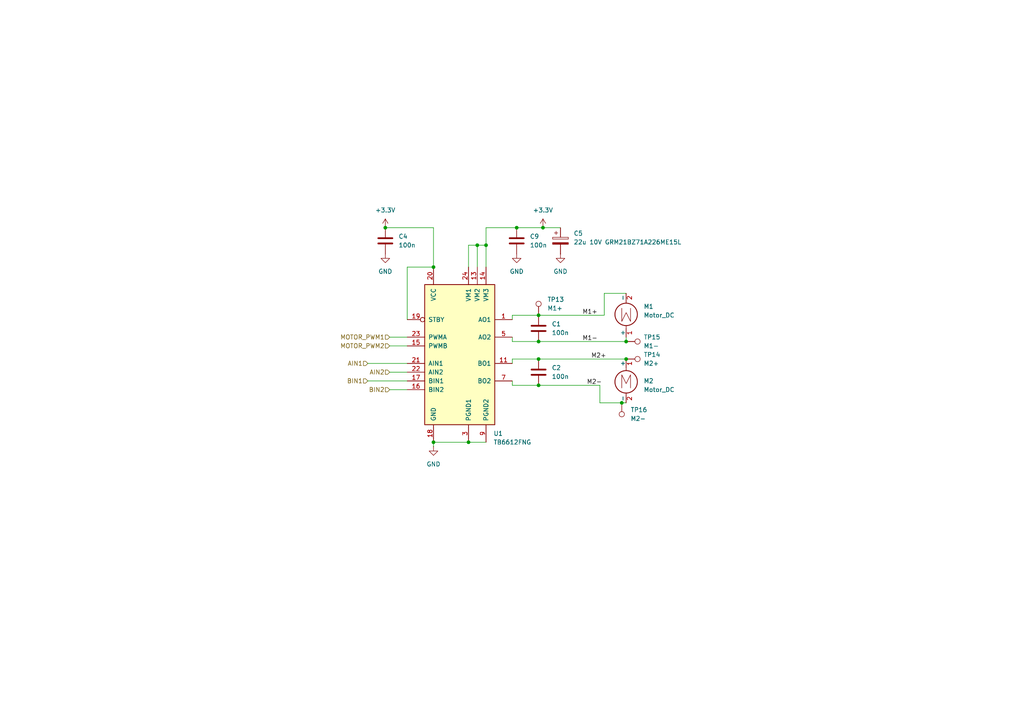
<source format=kicad_sch>
(kicad_sch
	(version 20250114)
	(generator "eeschema")
	(generator_version "9.0")
	(uuid "c80d23db-353a-4506-aa4b-4acdca8f84c7")
	(paper "A4")
	(title_block
		(title "Smart Formica Motor Driver")
		(comment 1 "Author: Oliver Perez Fonolleras")
		(comment 2 "Checker: Joseph Butterworth")
	)
	(lib_symbols
		(symbol "Connector:TestPoint"
			(pin_numbers
				(hide yes)
			)
			(pin_names
				(offset 0.762)
				(hide yes)
			)
			(exclude_from_sim no)
			(in_bom yes)
			(on_board yes)
			(property "Reference" "TP"
				(at 0 6.858 0)
				(effects
					(font
						(size 1.27 1.27)
					)
				)
			)
			(property "Value" "TestPoint"
				(at 0 5.08 0)
				(effects
					(font
						(size 1.27 1.27)
					)
				)
			)
			(property "Footprint" ""
				(at 5.08 0 0)
				(effects
					(font
						(size 1.27 1.27)
					)
					(hide yes)
				)
			)
			(property "Datasheet" "~"
				(at 5.08 0 0)
				(effects
					(font
						(size 1.27 1.27)
					)
					(hide yes)
				)
			)
			(property "Description" "test point"
				(at 0 0 0)
				(effects
					(font
						(size 1.27 1.27)
					)
					(hide yes)
				)
			)
			(property "ki_keywords" "test point tp"
				(at 0 0 0)
				(effects
					(font
						(size 1.27 1.27)
					)
					(hide yes)
				)
			)
			(property "ki_fp_filters" "Pin* Test*"
				(at 0 0 0)
				(effects
					(font
						(size 1.27 1.27)
					)
					(hide yes)
				)
			)
			(symbol "TestPoint_0_1"
				(circle
					(center 0 3.302)
					(radius 0.762)
					(stroke
						(width 0)
						(type default)
					)
					(fill
						(type none)
					)
				)
			)
			(symbol "TestPoint_1_1"
				(pin passive line
					(at 0 0 90)
					(length 2.54)
					(name "1"
						(effects
							(font
								(size 1.27 1.27)
							)
						)
					)
					(number "1"
						(effects
							(font
								(size 1.27 1.27)
							)
						)
					)
				)
			)
			(embedded_fonts no)
		)
		(symbol "Device:C"
			(pin_numbers
				(hide yes)
			)
			(pin_names
				(offset 0.254)
			)
			(exclude_from_sim no)
			(in_bom yes)
			(on_board yes)
			(property "Reference" "C"
				(at 0.635 2.54 0)
				(effects
					(font
						(size 1.27 1.27)
					)
					(justify left)
				)
			)
			(property "Value" "C"
				(at 0.635 -2.54 0)
				(effects
					(font
						(size 1.27 1.27)
					)
					(justify left)
				)
			)
			(property "Footprint" ""
				(at 0.9652 -3.81 0)
				(effects
					(font
						(size 1.27 1.27)
					)
					(hide yes)
				)
			)
			(property "Datasheet" "~"
				(at 0 0 0)
				(effects
					(font
						(size 1.27 1.27)
					)
					(hide yes)
				)
			)
			(property "Description" "Unpolarized capacitor"
				(at 0 0 0)
				(effects
					(font
						(size 1.27 1.27)
					)
					(hide yes)
				)
			)
			(property "ki_keywords" "cap capacitor"
				(at 0 0 0)
				(effects
					(font
						(size 1.27 1.27)
					)
					(hide yes)
				)
			)
			(property "ki_fp_filters" "C_*"
				(at 0 0 0)
				(effects
					(font
						(size 1.27 1.27)
					)
					(hide yes)
				)
			)
			(symbol "C_0_1"
				(polyline
					(pts
						(xy -2.032 0.762) (xy 2.032 0.762)
					)
					(stroke
						(width 0.508)
						(type default)
					)
					(fill
						(type none)
					)
				)
				(polyline
					(pts
						(xy -2.032 -0.762) (xy 2.032 -0.762)
					)
					(stroke
						(width 0.508)
						(type default)
					)
					(fill
						(type none)
					)
				)
			)
			(symbol "C_1_1"
				(pin passive line
					(at 0 3.81 270)
					(length 2.794)
					(name "~"
						(effects
							(font
								(size 1.27 1.27)
							)
						)
					)
					(number "1"
						(effects
							(font
								(size 1.27 1.27)
							)
						)
					)
				)
				(pin passive line
					(at 0 -3.81 90)
					(length 2.794)
					(name "~"
						(effects
							(font
								(size 1.27 1.27)
							)
						)
					)
					(number "2"
						(effects
							(font
								(size 1.27 1.27)
							)
						)
					)
				)
			)
			(embedded_fonts no)
		)
		(symbol "Device:C_Polarized"
			(pin_numbers
				(hide yes)
			)
			(pin_names
				(offset 0.254)
			)
			(exclude_from_sim no)
			(in_bom yes)
			(on_board yes)
			(property "Reference" "C"
				(at 0.635 2.54 0)
				(effects
					(font
						(size 1.27 1.27)
					)
					(justify left)
				)
			)
			(property "Value" "C_Polarized"
				(at 0.635 -2.54 0)
				(effects
					(font
						(size 1.27 1.27)
					)
					(justify left)
				)
			)
			(property "Footprint" ""
				(at 0.9652 -3.81 0)
				(effects
					(font
						(size 1.27 1.27)
					)
					(hide yes)
				)
			)
			(property "Datasheet" "~"
				(at 0 0 0)
				(effects
					(font
						(size 1.27 1.27)
					)
					(hide yes)
				)
			)
			(property "Description" "Polarized capacitor"
				(at 0 0 0)
				(effects
					(font
						(size 1.27 1.27)
					)
					(hide yes)
				)
			)
			(property "ki_keywords" "cap capacitor"
				(at 0 0 0)
				(effects
					(font
						(size 1.27 1.27)
					)
					(hide yes)
				)
			)
			(property "ki_fp_filters" "CP_*"
				(at 0 0 0)
				(effects
					(font
						(size 1.27 1.27)
					)
					(hide yes)
				)
			)
			(symbol "C_Polarized_0_1"
				(rectangle
					(start -2.286 0.508)
					(end 2.286 1.016)
					(stroke
						(width 0)
						(type default)
					)
					(fill
						(type none)
					)
				)
				(polyline
					(pts
						(xy -1.778 2.286) (xy -0.762 2.286)
					)
					(stroke
						(width 0)
						(type default)
					)
					(fill
						(type none)
					)
				)
				(polyline
					(pts
						(xy -1.27 2.794) (xy -1.27 1.778)
					)
					(stroke
						(width 0)
						(type default)
					)
					(fill
						(type none)
					)
				)
				(rectangle
					(start 2.286 -0.508)
					(end -2.286 -1.016)
					(stroke
						(width 0)
						(type default)
					)
					(fill
						(type outline)
					)
				)
			)
			(symbol "C_Polarized_1_1"
				(pin passive line
					(at 0 3.81 270)
					(length 2.794)
					(name "~"
						(effects
							(font
								(size 1.27 1.27)
							)
						)
					)
					(number "1"
						(effects
							(font
								(size 1.27 1.27)
							)
						)
					)
				)
				(pin passive line
					(at 0 -3.81 90)
					(length 2.794)
					(name "~"
						(effects
							(font
								(size 1.27 1.27)
							)
						)
					)
					(number "2"
						(effects
							(font
								(size 1.27 1.27)
							)
						)
					)
				)
			)
			(embedded_fonts no)
		)
		(symbol "Driver_Motor:TB6612FNG"
			(pin_names
				(offset 1.016)
			)
			(exclude_from_sim no)
			(in_bom yes)
			(on_board yes)
			(property "Reference" "U"
				(at 11.43 17.78 0)
				(effects
					(font
						(size 1.27 1.27)
					)
					(justify left)
				)
			)
			(property "Value" "TB6612FNG"
				(at 11.43 15.24 0)
				(effects
					(font
						(size 1.27 1.27)
					)
					(justify left)
				)
			)
			(property "Footprint" "Package_SO:SSOP-24_5.3x8.2mm_P0.65mm"
				(at 33.02 -22.86 0)
				(effects
					(font
						(size 1.27 1.27)
					)
					(hide yes)
				)
			)
			(property "Datasheet" "https://toshiba.semicon-storage.com/us/product/linear/motordriver/detail.TB6612FNG.html"
				(at 11.43 15.24 0)
				(effects
					(font
						(size 1.27 1.27)
					)
					(hide yes)
				)
			)
			(property "Description" "Driver IC for Dual DC motor, SSOP-24"
				(at 0 0 0)
				(effects
					(font
						(size 1.27 1.27)
					)
					(hide yes)
				)
			)
			(property "ki_keywords" "H-bridge motor driver"
				(at 0 0 0)
				(effects
					(font
						(size 1.27 1.27)
					)
					(hide yes)
				)
			)
			(property "ki_fp_filters" "SSOP-24*5.3x8.2mm*P0.65mm*"
				(at 0 0 0)
				(effects
					(font
						(size 1.27 1.27)
					)
					(hide yes)
				)
			)
			(symbol "TB6612FNG_0_1"
				(rectangle
					(start -10.16 20.32)
					(end 10.16 -20.32)
					(stroke
						(width 0.254)
						(type default)
					)
					(fill
						(type background)
					)
				)
			)
			(symbol "TB6612FNG_1_1"
				(pin input inverted
					(at -15.24 10.16 0)
					(length 5.08)
					(name "STBY"
						(effects
							(font
								(size 1.27 1.27)
							)
						)
					)
					(number "19"
						(effects
							(font
								(size 1.27 1.27)
							)
						)
					)
				)
				(pin input line
					(at -15.24 5.08 0)
					(length 5.08)
					(name "PWMA"
						(effects
							(font
								(size 1.27 1.27)
							)
						)
					)
					(number "23"
						(effects
							(font
								(size 1.27 1.27)
							)
						)
					)
				)
				(pin input line
					(at -15.24 2.54 0)
					(length 5.08)
					(name "PWMB"
						(effects
							(font
								(size 1.27 1.27)
							)
						)
					)
					(number "15"
						(effects
							(font
								(size 1.27 1.27)
							)
						)
					)
				)
				(pin input line
					(at -15.24 -2.54 0)
					(length 5.08)
					(name "AIN1"
						(effects
							(font
								(size 1.27 1.27)
							)
						)
					)
					(number "21"
						(effects
							(font
								(size 1.27 1.27)
							)
						)
					)
				)
				(pin input line
					(at -15.24 -5.08 0)
					(length 5.08)
					(name "AIN2"
						(effects
							(font
								(size 1.27 1.27)
							)
						)
					)
					(number "22"
						(effects
							(font
								(size 1.27 1.27)
							)
						)
					)
				)
				(pin input line
					(at -15.24 -7.62 0)
					(length 5.08)
					(name "BIN1"
						(effects
							(font
								(size 1.27 1.27)
							)
						)
					)
					(number "17"
						(effects
							(font
								(size 1.27 1.27)
							)
						)
					)
				)
				(pin input line
					(at -15.24 -10.16 0)
					(length 5.08)
					(name "BIN2"
						(effects
							(font
								(size 1.27 1.27)
							)
						)
					)
					(number "16"
						(effects
							(font
								(size 1.27 1.27)
							)
						)
					)
				)
				(pin power_in line
					(at -7.62 25.4 270)
					(length 5.08)
					(name "VCC"
						(effects
							(font
								(size 1.27 1.27)
							)
						)
					)
					(number "20"
						(effects
							(font
								(size 1.27 1.27)
							)
						)
					)
				)
				(pin power_in line
					(at -7.62 -25.4 90)
					(length 5.08)
					(name "GND"
						(effects
							(font
								(size 1.27 1.27)
							)
						)
					)
					(number "18"
						(effects
							(font
								(size 1.27 1.27)
							)
						)
					)
				)
				(pin power_in line
					(at 2.54 25.4 270)
					(length 5.08)
					(name "VM1"
						(effects
							(font
								(size 1.27 1.27)
							)
						)
					)
					(number "24"
						(effects
							(font
								(size 1.27 1.27)
							)
						)
					)
				)
				(pin power_in line
					(at 2.54 -25.4 90)
					(length 5.08)
					(name "PGND1"
						(effects
							(font
								(size 1.27 1.27)
							)
						)
					)
					(number "3"
						(effects
							(font
								(size 1.27 1.27)
							)
						)
					)
				)
				(pin passive line
					(at 2.54 -25.4 90)
					(length 5.08)
					(hide yes)
					(name "PGND1"
						(effects
							(font
								(size 1.27 1.27)
							)
						)
					)
					(number "4"
						(effects
							(font
								(size 1.27 1.27)
							)
						)
					)
				)
				(pin power_in line
					(at 5.08 25.4 270)
					(length 5.08)
					(name "VM2"
						(effects
							(font
								(size 1.27 1.27)
							)
						)
					)
					(number "13"
						(effects
							(font
								(size 1.27 1.27)
							)
						)
					)
				)
				(pin power_in line
					(at 7.62 25.4 270)
					(length 5.08)
					(name "VM3"
						(effects
							(font
								(size 1.27 1.27)
							)
						)
					)
					(number "14"
						(effects
							(font
								(size 1.27 1.27)
							)
						)
					)
				)
				(pin passive line
					(at 7.62 -25.4 90)
					(length 5.08)
					(hide yes)
					(name "PGND2"
						(effects
							(font
								(size 1.27 1.27)
							)
						)
					)
					(number "10"
						(effects
							(font
								(size 1.27 1.27)
							)
						)
					)
				)
				(pin power_in line
					(at 7.62 -25.4 90)
					(length 5.08)
					(name "PGND2"
						(effects
							(font
								(size 1.27 1.27)
							)
						)
					)
					(number "9"
						(effects
							(font
								(size 1.27 1.27)
							)
						)
					)
				)
				(pin output line
					(at 15.24 10.16 180)
					(length 5.08)
					(name "AO1"
						(effects
							(font
								(size 1.27 1.27)
							)
						)
					)
					(number "1"
						(effects
							(font
								(size 1.27 1.27)
							)
						)
					)
				)
				(pin passive line
					(at 15.24 10.16 180)
					(length 5.08)
					(hide yes)
					(name "AO1"
						(effects
							(font
								(size 1.27 1.27)
							)
						)
					)
					(number "2"
						(effects
							(font
								(size 1.27 1.27)
							)
						)
					)
				)
				(pin output line
					(at 15.24 5.08 180)
					(length 5.08)
					(name "AO2"
						(effects
							(font
								(size 1.27 1.27)
							)
						)
					)
					(number "5"
						(effects
							(font
								(size 1.27 1.27)
							)
						)
					)
				)
				(pin passive line
					(at 15.24 5.08 180)
					(length 5.08)
					(hide yes)
					(name "AO2"
						(effects
							(font
								(size 1.27 1.27)
							)
						)
					)
					(number "6"
						(effects
							(font
								(size 1.27 1.27)
							)
						)
					)
				)
				(pin output line
					(at 15.24 -2.54 180)
					(length 5.08)
					(name "BO1"
						(effects
							(font
								(size 1.27 1.27)
							)
						)
					)
					(number "11"
						(effects
							(font
								(size 1.27 1.27)
							)
						)
					)
				)
				(pin passive line
					(at 15.24 -2.54 180)
					(length 5.08)
					(hide yes)
					(name "BO1"
						(effects
							(font
								(size 1.27 1.27)
							)
						)
					)
					(number "12"
						(effects
							(font
								(size 1.27 1.27)
							)
						)
					)
				)
				(pin output line
					(at 15.24 -7.62 180)
					(length 5.08)
					(name "BO2"
						(effects
							(font
								(size 1.27 1.27)
							)
						)
					)
					(number "7"
						(effects
							(font
								(size 1.27 1.27)
							)
						)
					)
				)
				(pin passive line
					(at 15.24 -7.62 180)
					(length 5.08)
					(hide yes)
					(name "BO2"
						(effects
							(font
								(size 1.27 1.27)
							)
						)
					)
					(number "8"
						(effects
							(font
								(size 1.27 1.27)
							)
						)
					)
				)
			)
			(embedded_fonts no)
		)
		(symbol "Motor:Motor_DC"
			(pin_names
				(offset 0)
			)
			(exclude_from_sim no)
			(in_bom yes)
			(on_board yes)
			(property "Reference" "M"
				(at 2.54 2.54 0)
				(effects
					(font
						(size 1.27 1.27)
					)
					(justify left)
				)
			)
			(property "Value" "Motor_DC"
				(at 2.54 -5.08 0)
				(effects
					(font
						(size 1.27 1.27)
					)
					(justify left top)
				)
			)
			(property "Footprint" ""
				(at 0 -2.286 0)
				(effects
					(font
						(size 1.27 1.27)
					)
					(hide yes)
				)
			)
			(property "Datasheet" "~"
				(at 0 -2.286 0)
				(effects
					(font
						(size 1.27 1.27)
					)
					(hide yes)
				)
			)
			(property "Description" "DC Motor"
				(at 0 0 0)
				(effects
					(font
						(size 1.27 1.27)
					)
					(hide yes)
				)
			)
			(property "ki_keywords" "DC Motor"
				(at 0 0 0)
				(effects
					(font
						(size 1.27 1.27)
					)
					(hide yes)
				)
			)
			(property "ki_fp_filters" "PinHeader*P2.54mm* TerminalBlock*"
				(at 0 0 0)
				(effects
					(font
						(size 1.27 1.27)
					)
					(hide yes)
				)
			)
			(symbol "Motor_DC_0_0"
				(polyline
					(pts
						(xy -1.27 -3.302) (xy -1.27 0.508) (xy 0 -2.032) (xy 1.27 0.508) (xy 1.27 -3.302)
					)
					(stroke
						(width 0)
						(type default)
					)
					(fill
						(type none)
					)
				)
			)
			(symbol "Motor_DC_0_1"
				(polyline
					(pts
						(xy 0 2.032) (xy 0 2.54)
					)
					(stroke
						(width 0)
						(type default)
					)
					(fill
						(type none)
					)
				)
				(polyline
					(pts
						(xy 0 1.7272) (xy 0 2.0828)
					)
					(stroke
						(width 0)
						(type default)
					)
					(fill
						(type none)
					)
				)
				(circle
					(center 0 -1.524)
					(radius 3.2512)
					(stroke
						(width 0.254)
						(type default)
					)
					(fill
						(type none)
					)
				)
				(polyline
					(pts
						(xy 0 -4.7752) (xy 0 -5.1816)
					)
					(stroke
						(width 0)
						(type default)
					)
					(fill
						(type none)
					)
				)
				(polyline
					(pts
						(xy 0 -7.62) (xy 0 -7.112)
					)
					(stroke
						(width 0)
						(type default)
					)
					(fill
						(type none)
					)
				)
			)
			(symbol "Motor_DC_1_1"
				(pin passive line
					(at 0 5.08 270)
					(length 2.54)
					(name "+"
						(effects
							(font
								(size 1.27 1.27)
							)
						)
					)
					(number "1"
						(effects
							(font
								(size 1.27 1.27)
							)
						)
					)
				)
				(pin passive line
					(at 0 -7.62 90)
					(length 2.54)
					(name "-"
						(effects
							(font
								(size 1.27 1.27)
							)
						)
					)
					(number "2"
						(effects
							(font
								(size 1.27 1.27)
							)
						)
					)
				)
			)
			(embedded_fonts no)
		)
		(symbol "power:+3.3V"
			(power)
			(pin_numbers
				(hide yes)
			)
			(pin_names
				(offset 0)
				(hide yes)
			)
			(exclude_from_sim no)
			(in_bom yes)
			(on_board yes)
			(property "Reference" "#PWR"
				(at 0 -3.81 0)
				(effects
					(font
						(size 1.27 1.27)
					)
					(hide yes)
				)
			)
			(property "Value" "+3.3V"
				(at 0 3.556 0)
				(effects
					(font
						(size 1.27 1.27)
					)
				)
			)
			(property "Footprint" ""
				(at 0 0 0)
				(effects
					(font
						(size 1.27 1.27)
					)
					(hide yes)
				)
			)
			(property "Datasheet" ""
				(at 0 0 0)
				(effects
					(font
						(size 1.27 1.27)
					)
					(hide yes)
				)
			)
			(property "Description" "Power symbol creates a global label with name \"+3.3V\""
				(at 0 0 0)
				(effects
					(font
						(size 1.27 1.27)
					)
					(hide yes)
				)
			)
			(property "ki_keywords" "global power"
				(at 0 0 0)
				(effects
					(font
						(size 1.27 1.27)
					)
					(hide yes)
				)
			)
			(symbol "+3.3V_0_1"
				(polyline
					(pts
						(xy -0.762 1.27) (xy 0 2.54)
					)
					(stroke
						(width 0)
						(type default)
					)
					(fill
						(type none)
					)
				)
				(polyline
					(pts
						(xy 0 2.54) (xy 0.762 1.27)
					)
					(stroke
						(width 0)
						(type default)
					)
					(fill
						(type none)
					)
				)
				(polyline
					(pts
						(xy 0 0) (xy 0 2.54)
					)
					(stroke
						(width 0)
						(type default)
					)
					(fill
						(type none)
					)
				)
			)
			(symbol "+3.3V_1_1"
				(pin power_in line
					(at 0 0 90)
					(length 0)
					(name "~"
						(effects
							(font
								(size 1.27 1.27)
							)
						)
					)
					(number "1"
						(effects
							(font
								(size 1.27 1.27)
							)
						)
					)
				)
			)
			(embedded_fonts no)
		)
		(symbol "power:GND"
			(power)
			(pin_numbers
				(hide yes)
			)
			(pin_names
				(offset 0)
				(hide yes)
			)
			(exclude_from_sim no)
			(in_bom yes)
			(on_board yes)
			(property "Reference" "#PWR"
				(at 0 -6.35 0)
				(effects
					(font
						(size 1.27 1.27)
					)
					(hide yes)
				)
			)
			(property "Value" "GND"
				(at 0 -3.81 0)
				(effects
					(font
						(size 1.27 1.27)
					)
				)
			)
			(property "Footprint" ""
				(at 0 0 0)
				(effects
					(font
						(size 1.27 1.27)
					)
					(hide yes)
				)
			)
			(property "Datasheet" ""
				(at 0 0 0)
				(effects
					(font
						(size 1.27 1.27)
					)
					(hide yes)
				)
			)
			(property "Description" "Power symbol creates a global label with name \"GND\" , ground"
				(at 0 0 0)
				(effects
					(font
						(size 1.27 1.27)
					)
					(hide yes)
				)
			)
			(property "ki_keywords" "global power"
				(at 0 0 0)
				(effects
					(font
						(size 1.27 1.27)
					)
					(hide yes)
				)
			)
			(symbol "GND_0_1"
				(polyline
					(pts
						(xy 0 0) (xy 0 -1.27) (xy 1.27 -1.27) (xy 0 -2.54) (xy -1.27 -1.27) (xy 0 -1.27)
					)
					(stroke
						(width 0)
						(type default)
					)
					(fill
						(type none)
					)
				)
			)
			(symbol "GND_1_1"
				(pin power_in line
					(at 0 0 270)
					(length 0)
					(name "~"
						(effects
							(font
								(size 1.27 1.27)
							)
						)
					)
					(number "1"
						(effects
							(font
								(size 1.27 1.27)
							)
						)
					)
				)
			)
			(embedded_fonts no)
		)
	)
	(junction
		(at 111.76 66.04)
		(diameter 0)
		(color 0 0 0 0)
		(uuid "0fe8d730-b327-4478-bff7-47c213f4b220")
	)
	(junction
		(at 138.43 71.12)
		(diameter 0)
		(color 0 0 0 0)
		(uuid "13e1130f-f4c9-44d2-b7f5-6b914b4f2d1d")
	)
	(junction
		(at 149.86 66.04)
		(diameter 0)
		(color 0 0 0 0)
		(uuid "37bc4a3f-cc55-480b-a3b4-df3b68ed1664")
	)
	(junction
		(at 181.61 104.14)
		(diameter 0)
		(color 0 0 0 0)
		(uuid "589f2ef7-3bbe-47ad-8c03-35e36a5a9d22")
	)
	(junction
		(at 156.21 104.14)
		(diameter 0)
		(color 0 0 0 0)
		(uuid "5d5faaf9-7021-4d56-a94e-878933ea27c3")
	)
	(junction
		(at 156.21 99.06)
		(diameter 0)
		(color 0 0 0 0)
		(uuid "669c59e7-21fa-4c3f-b410-075f906c8e55")
	)
	(junction
		(at 140.97 71.12)
		(diameter 0)
		(color 0 0 0 0)
		(uuid "6e531b68-60f9-4036-a41a-1101ebe8cb1f")
	)
	(junction
		(at 157.48 66.04)
		(diameter 0)
		(color 0 0 0 0)
		(uuid "770c4ae2-bcfe-4496-8c6f-586a2d391c94")
	)
	(junction
		(at 156.21 111.76)
		(diameter 0)
		(color 0 0 0 0)
		(uuid "82c29dc5-082a-40f1-ad3f-8e02a7cc8101")
	)
	(junction
		(at 180.34 116.84)
		(diameter 0)
		(color 0 0 0 0)
		(uuid "89145356-c403-4cbf-97f2-696867829a90")
	)
	(junction
		(at 156.21 91.44)
		(diameter 0)
		(color 0 0 0 0)
		(uuid "8ecea45e-dbd8-4345-96ef-1fb96c3f2055")
	)
	(junction
		(at 135.89 128.27)
		(diameter 0)
		(color 0 0 0 0)
		(uuid "bbffb9e2-410d-4c6a-9a9f-19f79363a83d")
	)
	(junction
		(at 181.61 99.06)
		(diameter 0)
		(color 0 0 0 0)
		(uuid "c93a1cfe-9844-487a-b97c-f5c7937e7c13")
	)
	(junction
		(at 125.73 77.47)
		(diameter 0)
		(color 0 0 0 0)
		(uuid "f29b8d5e-d00c-4206-8230-2c97d1759cca")
	)
	(junction
		(at 125.73 128.27)
		(diameter 0)
		(color 0 0 0 0)
		(uuid "f7d4d4a1-34b3-4621-97df-2c8cab630a9a")
	)
	(wire
		(pts
			(xy 111.76 66.04) (xy 125.73 66.04)
		)
		(stroke
			(width 0)
			(type default)
		)
		(uuid "02f35644-419a-4844-8ee0-8bef465b7f47")
	)
	(wire
		(pts
			(xy 175.26 85.09) (xy 175.26 91.44)
		)
		(stroke
			(width 0)
			(type default)
		)
		(uuid "04fede39-ec64-4686-b0e3-0c32a9606dfe")
	)
	(wire
		(pts
			(xy 148.59 97.79) (xy 148.59 99.06)
		)
		(stroke
			(width 0)
			(type default)
		)
		(uuid "066520cd-0f29-45b8-aa23-813a60de9708")
	)
	(wire
		(pts
			(xy 135.89 77.47) (xy 135.89 71.12)
		)
		(stroke
			(width 0)
			(type default)
		)
		(uuid "06f82602-ecb3-41cf-a84a-fb71ecae1763")
	)
	(wire
		(pts
			(xy 138.43 71.12) (xy 138.43 77.47)
		)
		(stroke
			(width 0)
			(type default)
		)
		(uuid "138ae401-f287-4f8c-83e5-30663c30c90c")
	)
	(wire
		(pts
			(xy 149.86 66.04) (xy 157.48 66.04)
		)
		(stroke
			(width 0)
			(type default)
		)
		(uuid "14c43f7d-c217-4518-87bd-eb92a30ebcd3")
	)
	(wire
		(pts
			(xy 113.03 97.79) (xy 118.11 97.79)
		)
		(stroke
			(width 0)
			(type default)
		)
		(uuid "1a86c223-7ad1-4125-a0ea-71f8fc864470")
	)
	(wire
		(pts
			(xy 148.59 105.41) (xy 148.59 104.14)
		)
		(stroke
			(width 0)
			(type default)
		)
		(uuid "1e1746ff-7ba1-44ce-9ec7-aa9b3e242639")
	)
	(wire
		(pts
			(xy 113.03 107.95) (xy 118.11 107.95)
		)
		(stroke
			(width 0)
			(type default)
		)
		(uuid "20dcadaa-d60a-4ddf-b4ea-4d1c52fc7cde")
	)
	(wire
		(pts
			(xy 175.26 91.44) (xy 156.21 91.44)
		)
		(stroke
			(width 0)
			(type default)
		)
		(uuid "2202a0e4-844f-4710-9f05-545fbddff4fa")
	)
	(wire
		(pts
			(xy 148.59 91.44) (xy 148.59 92.71)
		)
		(stroke
			(width 0)
			(type default)
		)
		(uuid "30d190ae-83bb-45ca-832d-a236b09e2f85")
	)
	(wire
		(pts
			(xy 125.73 66.04) (xy 125.73 77.47)
		)
		(stroke
			(width 0)
			(type default)
		)
		(uuid "371fc6c4-9481-4a33-b029-f222a469f23b")
	)
	(wire
		(pts
			(xy 140.97 66.04) (xy 140.97 71.12)
		)
		(stroke
			(width 0)
			(type default)
		)
		(uuid "3aebb087-2fcd-48a4-b0cd-624ea371229b")
	)
	(wire
		(pts
			(xy 140.97 66.04) (xy 149.86 66.04)
		)
		(stroke
			(width 0)
			(type default)
		)
		(uuid "3f4ec450-2e46-4f8a-ade7-52ff93b5cf2b")
	)
	(wire
		(pts
			(xy 125.73 128.27) (xy 125.73 129.54)
		)
		(stroke
			(width 0)
			(type default)
		)
		(uuid "418e3762-74bb-4c88-90fd-83d2ae377187")
	)
	(wire
		(pts
			(xy 181.61 97.79) (xy 181.61 99.06)
		)
		(stroke
			(width 0)
			(type default)
		)
		(uuid "4a4d95cd-9a28-4aa9-8e40-b53add98394d")
	)
	(wire
		(pts
			(xy 135.89 128.27) (xy 140.97 128.27)
		)
		(stroke
			(width 0)
			(type default)
		)
		(uuid "5367e56d-b894-40a3-a592-a93c51106586")
	)
	(wire
		(pts
			(xy 180.34 116.84) (xy 181.61 116.84)
		)
		(stroke
			(width 0)
			(type default)
		)
		(uuid "588bee44-cebd-44d9-9da8-ed924d61c6a2")
	)
	(wire
		(pts
			(xy 113.03 113.03) (xy 118.11 113.03)
		)
		(stroke
			(width 0)
			(type default)
		)
		(uuid "667710e0-82f3-41bb-b57c-5e53f563692e")
	)
	(wire
		(pts
			(xy 156.21 91.44) (xy 148.59 91.44)
		)
		(stroke
			(width 0)
			(type default)
		)
		(uuid "6acd3df9-6dc7-4657-8435-a41952fee807")
	)
	(wire
		(pts
			(xy 125.73 128.27) (xy 135.89 128.27)
		)
		(stroke
			(width 0)
			(type default)
		)
		(uuid "751a4b76-31ee-4e37-9eb7-068b340a6dc4")
	)
	(wire
		(pts
			(xy 148.59 104.14) (xy 156.21 104.14)
		)
		(stroke
			(width 0)
			(type default)
		)
		(uuid "78c3bfbb-96d1-424c-a3be-0b43d028bde4")
	)
	(wire
		(pts
			(xy 181.61 85.09) (xy 175.26 85.09)
		)
		(stroke
			(width 0)
			(type default)
		)
		(uuid "87d1fa49-b2c2-4d53-a120-8e426180a14a")
	)
	(wire
		(pts
			(xy 173.99 116.84) (xy 180.34 116.84)
		)
		(stroke
			(width 0)
			(type default)
		)
		(uuid "93bb0748-3b9c-4650-b3b5-adfb0b95d8fe")
	)
	(wire
		(pts
			(xy 173.99 111.76) (xy 173.99 116.84)
		)
		(stroke
			(width 0)
			(type default)
		)
		(uuid "96b7f9bc-0884-481e-8273-79ac07ae85b0")
	)
	(wire
		(pts
			(xy 118.11 77.47) (xy 125.73 77.47)
		)
		(stroke
			(width 0)
			(type default)
		)
		(uuid "99c60a6f-8181-40e7-b4bc-257edd54e298")
	)
	(wire
		(pts
			(xy 113.03 100.33) (xy 118.11 100.33)
		)
		(stroke
			(width 0)
			(type default)
		)
		(uuid "a8fd3fee-eff6-463b-bf8a-782204c4258d")
	)
	(wire
		(pts
			(xy 138.43 71.12) (xy 140.97 71.12)
		)
		(stroke
			(width 0)
			(type default)
		)
		(uuid "aabdc9c4-aaa1-4799-8529-614362a503f7")
	)
	(wire
		(pts
			(xy 157.48 66.04) (xy 162.56 66.04)
		)
		(stroke
			(width 0)
			(type default)
		)
		(uuid "b0e43b5d-2e92-4366-b5dd-cadad42d0a80")
	)
	(wire
		(pts
			(xy 106.68 110.49) (xy 118.11 110.49)
		)
		(stroke
			(width 0)
			(type default)
		)
		(uuid "b76fa580-1442-4f7b-a26b-18187a3c53af")
	)
	(wire
		(pts
			(xy 135.89 71.12) (xy 138.43 71.12)
		)
		(stroke
			(width 0)
			(type default)
		)
		(uuid "ba79d4ff-959b-4be1-affa-010fc12db32c")
	)
	(wire
		(pts
			(xy 140.97 71.12) (xy 140.97 77.47)
		)
		(stroke
			(width 0)
			(type default)
		)
		(uuid "bf378b04-54c1-4153-8c7c-ab32ed6d75e2")
	)
	(wire
		(pts
			(xy 156.21 111.76) (xy 173.99 111.76)
		)
		(stroke
			(width 0)
			(type default)
		)
		(uuid "c6aae353-c58f-4e62-8063-0011540834cb")
	)
	(wire
		(pts
			(xy 156.21 104.14) (xy 181.61 104.14)
		)
		(stroke
			(width 0)
			(type default)
		)
		(uuid "c6bbd13a-a308-428a-a791-2f478390cbff")
	)
	(wire
		(pts
			(xy 106.68 105.41) (xy 118.11 105.41)
		)
		(stroke
			(width 0)
			(type default)
		)
		(uuid "da606756-bcae-4fc1-a753-38ec4960f78e")
	)
	(wire
		(pts
			(xy 148.59 111.76) (xy 156.21 111.76)
		)
		(stroke
			(width 0)
			(type default)
		)
		(uuid "dcac902f-e5fa-4c9c-a147-61f090613fe6")
	)
	(wire
		(pts
			(xy 148.59 99.06) (xy 156.21 99.06)
		)
		(stroke
			(width 0)
			(type default)
		)
		(uuid "e43ed2c5-5f3f-4af7-9715-df5566883034")
	)
	(wire
		(pts
			(xy 118.11 92.71) (xy 118.11 77.47)
		)
		(stroke
			(width 0)
			(type default)
		)
		(uuid "e52d6634-d0f5-4bd2-ad4e-7dba4ebca482")
	)
	(wire
		(pts
			(xy 156.21 99.06) (xy 181.61 99.06)
		)
		(stroke
			(width 0)
			(type default)
		)
		(uuid "eab7357c-5419-435c-af14-582b43734d7d")
	)
	(wire
		(pts
			(xy 148.59 110.49) (xy 148.59 111.76)
		)
		(stroke
			(width 0)
			(type default)
		)
		(uuid "f1d64227-bb5b-4024-9177-b8dfbe2fe5e2")
	)
	(label "M2-"
		(at 170.18 111.76 0)
		(effects
			(font
				(size 1.27 1.27)
			)
			(justify left bottom)
		)
		(uuid "4e6e4f00-e8fe-4722-9a8f-536f213c493a")
	)
	(label "M1+"
		(at 168.91 91.44 0)
		(effects
			(font
				(size 1.27 1.27)
			)
			(justify left bottom)
		)
		(uuid "63deca0c-85f9-48e5-ab11-28672d734fd3")
	)
	(label "M2+"
		(at 171.45 104.14 0)
		(effects
			(font
				(size 1.27 1.27)
			)
			(justify left bottom)
		)
		(uuid "691dcd05-30bd-48ff-9274-a4325d1d6f55")
	)
	(label "M1-"
		(at 168.91 99.06 0)
		(effects
			(font
				(size 1.27 1.27)
			)
			(justify left bottom)
		)
		(uuid "f6f5e9a6-7afa-4113-9b65-915a513296f0")
	)
	(hierarchical_label "AIN1"
		(shape input)
		(at 106.68 105.41 180)
		(effects
			(font
				(size 1.27 1.27)
			)
			(justify right)
		)
		(uuid "499dfb87-73f9-49be-91fa-0e277be3f827")
	)
	(hierarchical_label "AIN2"
		(shape input)
		(at 113.03 107.95 180)
		(effects
			(font
				(size 1.27 1.27)
			)
			(justify right)
		)
		(uuid "50cceb1e-2be5-47f4-bcdf-11447f88fa9a")
	)
	(hierarchical_label "BIN1"
		(shape input)
		(at 106.68 110.49 180)
		(effects
			(font
				(size 1.27 1.27)
			)
			(justify right)
		)
		(uuid "5c2d2cd8-6ab9-4392-ae98-35bee67374ba")
	)
	(hierarchical_label "MOTOR_PWM1"
		(shape input)
		(at 113.03 97.79 180)
		(effects
			(font
				(size 1.27 1.27)
			)
			(justify right)
		)
		(uuid "66b2bafe-ff0f-4fb2-b262-074ab6bf2eed")
	)
	(hierarchical_label "BIN2"
		(shape input)
		(at 113.03 113.03 180)
		(effects
			(font
				(size 1.27 1.27)
			)
			(justify right)
		)
		(uuid "e2fecf71-f530-45d3-ae54-8ede6cdb33a4")
	)
	(hierarchical_label "MOTOR_PWM2"
		(shape input)
		(at 113.03 100.33 180)
		(effects
			(font
				(size 1.27 1.27)
			)
			(justify right)
		)
		(uuid "e60b2d30-b4bf-4e24-b3de-00384f5ed624")
	)
	(symbol
		(lib_id "Motor:Motor_DC")
		(at 181.61 92.71 180)
		(unit 1)
		(exclude_from_sim no)
		(in_bom yes)
		(on_board yes)
		(dnp no)
		(fields_autoplaced yes)
		(uuid "274f247e-b5c3-4780-8e2b-161d4ce601f6")
		(property "Reference" "M1"
			(at 186.69 88.8999 0)
			(effects
				(font
					(size 1.27 1.27)
				)
				(justify right)
			)
		)
		(property "Value" "Motor_DC"
			(at 186.69 91.4399 0)
			(effects
				(font
					(size 1.27 1.27)
				)
				(justify right)
			)
		)
		(property "Footprint" "Motors:mod_motor_v2_VZ6SC0B0060081"
			(at 181.61 90.424 0)
			(effects
				(font
					(size 1.27 1.27)
				)
				(hide yes)
			)
		)
		(property "Datasheet" "~"
			(at 181.61 90.424 0)
			(effects
				(font
					(size 1.27 1.27)
				)
				(hide yes)
			)
		)
		(property "Description" "DC Motor"
			(at 181.61 92.71 0)
			(effects
				(font
					(size 1.27 1.27)
				)
				(hide yes)
			)
		)
		(pin "1"
			(uuid "517f2cc7-3bcc-4dca-9a87-56f6ed10eb8f")
		)
		(pin "2"
			(uuid "5a52e9ca-5d4b-4cdb-a15b-03df742696c8")
		)
		(instances
			(project ""
				(path "/45295d0f-930c-4a60-80c0-5fffa3042bd4/bd8f1930-8c2f-43c9-8bae-4f7c058e8b85"
					(reference "M1")
					(unit 1)
				)
			)
		)
	)
	(symbol
		(lib_id "Device:C")
		(at 111.76 69.85 0)
		(unit 1)
		(exclude_from_sim no)
		(in_bom yes)
		(on_board yes)
		(dnp no)
		(fields_autoplaced yes)
		(uuid "3552eedf-8a26-4412-b4c0-998bea48418e")
		(property "Reference" "C4"
			(at 115.57 68.5799 0)
			(effects
				(font
					(size 1.27 1.27)
				)
				(justify left)
			)
		)
		(property "Value" "100n"
			(at 115.57 71.1199 0)
			(effects
				(font
					(size 1.27 1.27)
				)
				(justify left)
			)
		)
		(property "Footprint" "Capacitor_SMD:C_0603_1608Metric_Pad1.08x0.95mm_HandSolder"
			(at 112.7252 73.66 0)
			(effects
				(font
					(size 1.27 1.27)
				)
				(hide yes)
			)
		)
		(property "Datasheet" "~"
			(at 111.76 69.85 0)
			(effects
				(font
					(size 1.27 1.27)
				)
				(hide yes)
			)
		)
		(property "Description" "Unpolarized capacitor"
			(at 111.76 69.85 0)
			(effects
				(font
					(size 1.27 1.27)
				)
				(hide yes)
			)
		)
		(pin "2"
			(uuid "37d75e64-cee9-4fab-9189-dfaac4d42682")
		)
		(pin "1"
			(uuid "1a4e4594-2321-4a75-82bd-75c3bdd5a83a")
		)
		(instances
			(project "bio_robots"
				(path "/45295d0f-930c-4a60-80c0-5fffa3042bd4/bd8f1930-8c2f-43c9-8bae-4f7c058e8b85"
					(reference "C4")
					(unit 1)
				)
			)
		)
	)
	(symbol
		(lib_id "power:GND")
		(at 125.73 129.54 0)
		(unit 1)
		(exclude_from_sim no)
		(in_bom yes)
		(on_board yes)
		(dnp no)
		(fields_autoplaced yes)
		(uuid "3b41239c-fe98-4310-8b80-f02ac89723bf")
		(property "Reference" "#PWR056"
			(at 125.73 135.89 0)
			(effects
				(font
					(size 1.27 1.27)
				)
				(hide yes)
			)
		)
		(property "Value" "GND"
			(at 125.73 134.62 0)
			(effects
				(font
					(size 1.27 1.27)
				)
			)
		)
		(property "Footprint" ""
			(at 125.73 129.54 0)
			(effects
				(font
					(size 1.27 1.27)
				)
				(hide yes)
			)
		)
		(property "Datasheet" ""
			(at 125.73 129.54 0)
			(effects
				(font
					(size 1.27 1.27)
				)
				(hide yes)
			)
		)
		(property "Description" "Power symbol creates a global label with name \"GND\" , ground"
			(at 125.73 129.54 0)
			(effects
				(font
					(size 1.27 1.27)
				)
				(hide yes)
			)
		)
		(pin "1"
			(uuid "0dbae681-fa1e-42c8-a4b5-0fc02971c307")
		)
		(instances
			(project "bio_robots"
				(path "/45295d0f-930c-4a60-80c0-5fffa3042bd4/bd8f1930-8c2f-43c9-8bae-4f7c058e8b85"
					(reference "#PWR056")
					(unit 1)
				)
			)
		)
	)
	(symbol
		(lib_id "Device:C")
		(at 156.21 107.95 0)
		(unit 1)
		(exclude_from_sim no)
		(in_bom yes)
		(on_board yes)
		(dnp no)
		(fields_autoplaced yes)
		(uuid "56640231-df48-4a1e-b83c-caeb9f4694bc")
		(property "Reference" "C2"
			(at 160.02 106.6799 0)
			(effects
				(font
					(size 1.27 1.27)
				)
				(justify left)
			)
		)
		(property "Value" "100n"
			(at 160.02 109.2199 0)
			(effects
				(font
					(size 1.27 1.27)
				)
				(justify left)
			)
		)
		(property "Footprint" "Capacitor_SMD:C_0603_1608Metric_Pad1.08x0.95mm_HandSolder"
			(at 157.1752 111.76 0)
			(effects
				(font
					(size 1.27 1.27)
				)
				(hide yes)
			)
		)
		(property "Datasheet" "~"
			(at 156.21 107.95 0)
			(effects
				(font
					(size 1.27 1.27)
				)
				(hide yes)
			)
		)
		(property "Description" "Unpolarized capacitor"
			(at 156.21 107.95 0)
			(effects
				(font
					(size 1.27 1.27)
				)
				(hide yes)
			)
		)
		(pin "2"
			(uuid "138b26b0-841e-41d7-afe1-381df128a1b2")
		)
		(pin "1"
			(uuid "c251ec3a-0bd9-4c24-b203-4be645f72828")
		)
		(instances
			(project "bio_robots"
				(path "/45295d0f-930c-4a60-80c0-5fffa3042bd4/bd8f1930-8c2f-43c9-8bae-4f7c058e8b85"
					(reference "C2")
					(unit 1)
				)
			)
		)
	)
	(symbol
		(lib_id "Connector:TestPoint")
		(at 181.61 99.06 270)
		(unit 1)
		(exclude_from_sim no)
		(in_bom yes)
		(on_board yes)
		(dnp no)
		(fields_autoplaced yes)
		(uuid "5beedbdf-47ed-4cd9-966b-d9aaccc91ee0")
		(property "Reference" "TP15"
			(at 186.69 97.7899 90)
			(effects
				(font
					(size 1.27 1.27)
				)
				(justify left)
			)
		)
		(property "Value" "M1-"
			(at 186.69 100.3299 90)
			(effects
				(font
					(size 1.27 1.27)
				)
				(justify left)
			)
		)
		(property "Footprint" "TestPoint:TestPoint_Pad_D1.0mm"
			(at 181.61 104.14 0)
			(effects
				(font
					(size 1.27 1.27)
				)
				(hide yes)
			)
		)
		(property "Datasheet" "~"
			(at 181.61 104.14 0)
			(effects
				(font
					(size 1.27 1.27)
				)
				(hide yes)
			)
		)
		(property "Description" "test point"
			(at 181.61 99.06 0)
			(effects
				(font
					(size 1.27 1.27)
				)
				(hide yes)
			)
		)
		(pin "1"
			(uuid "c5eef45a-9b11-4898-bfc0-dc69332d8951")
		)
		(instances
			(project "bio_robots"
				(path "/45295d0f-930c-4a60-80c0-5fffa3042bd4/bd8f1930-8c2f-43c9-8bae-4f7c058e8b85"
					(reference "TP15")
					(unit 1)
				)
			)
		)
	)
	(symbol
		(lib_id "power:GND")
		(at 162.56 73.66 0)
		(unit 1)
		(exclude_from_sim no)
		(in_bom yes)
		(on_board yes)
		(dnp no)
		(fields_autoplaced yes)
		(uuid "5c410142-1467-4219-9803-bc5ea85f6827")
		(property "Reference" "#PWR053"
			(at 162.56 80.01 0)
			(effects
				(font
					(size 1.27 1.27)
				)
				(hide yes)
			)
		)
		(property "Value" "GND"
			(at 162.56 78.74 0)
			(effects
				(font
					(size 1.27 1.27)
				)
			)
		)
		(property "Footprint" ""
			(at 162.56 73.66 0)
			(effects
				(font
					(size 1.27 1.27)
				)
				(hide yes)
			)
		)
		(property "Datasheet" ""
			(at 162.56 73.66 0)
			(effects
				(font
					(size 1.27 1.27)
				)
				(hide yes)
			)
		)
		(property "Description" "Power symbol creates a global label with name \"GND\" , ground"
			(at 162.56 73.66 0)
			(effects
				(font
					(size 1.27 1.27)
				)
				(hide yes)
			)
		)
		(pin "1"
			(uuid "b01530a6-88be-49c8-b603-ee9e3d5ef20b")
		)
		(instances
			(project "bio_robots"
				(path "/45295d0f-930c-4a60-80c0-5fffa3042bd4/bd8f1930-8c2f-43c9-8bae-4f7c058e8b85"
					(reference "#PWR053")
					(unit 1)
				)
			)
		)
	)
	(symbol
		(lib_id "Device:C_Polarized")
		(at 162.56 69.85 0)
		(unit 1)
		(exclude_from_sim no)
		(in_bom yes)
		(on_board yes)
		(dnp no)
		(fields_autoplaced yes)
		(uuid "5e0aed5d-2bf3-4817-8c43-c1508a03e7b8")
		(property "Reference" "C5"
			(at 166.37 67.6909 0)
			(effects
				(font
					(size 1.27 1.27)
				)
				(justify left)
			)
		)
		(property "Value" "22u 10V GRM21BZ71A226ME15L"
			(at 166.37 70.2309 0)
			(effects
				(font
					(size 1.27 1.27)
				)
				(justify left)
			)
		)
		(property "Footprint" "Capacitor_SMD:C_0805_2012Metric_Pad1.18x1.45mm_HandSolder"
			(at 163.5252 73.66 0)
			(effects
				(font
					(size 1.27 1.27)
				)
				(hide yes)
			)
		)
		(property "Datasheet" "~"
			(at 162.56 69.85 0)
			(effects
				(font
					(size 1.27 1.27)
				)
				(hide yes)
			)
		)
		(property "Description" "Polarized capacitor"
			(at 162.56 69.85 0)
			(effects
				(font
					(size 1.27 1.27)
				)
				(hide yes)
			)
		)
		(pin "1"
			(uuid "101b18ad-5b5c-4f9e-9818-180c8868246b")
		)
		(pin "2"
			(uuid "fc2fd75f-3d2d-4042-8368-85a6995da3ae")
		)
		(instances
			(project ""
				(path "/45295d0f-930c-4a60-80c0-5fffa3042bd4/bd8f1930-8c2f-43c9-8bae-4f7c058e8b85"
					(reference "C5")
					(unit 1)
				)
			)
		)
	)
	(symbol
		(lib_id "Driver_Motor:TB6612FNG")
		(at 133.35 102.87 0)
		(unit 1)
		(exclude_from_sim no)
		(in_bom yes)
		(on_board yes)
		(dnp no)
		(fields_autoplaced yes)
		(uuid "609709ba-d840-4a63-879e-1820e6772049")
		(property "Reference" "U1"
			(at 143.1133 125.73 0)
			(effects
				(font
					(size 1.27 1.27)
				)
				(justify left)
			)
		)
		(property "Value" "TB6612FNG"
			(at 143.1133 128.27 0)
			(effects
				(font
					(size 1.27 1.27)
				)
				(justify left)
			)
		)
		(property "Footprint" "Package_SO:SSOP-24_5.3x8.2mm_P0.65mm"
			(at 166.37 125.73 0)
			(effects
				(font
					(size 1.27 1.27)
				)
				(hide yes)
			)
		)
		(property "Datasheet" "https://toshiba.semicon-storage.com/us/product/linear/motordriver/detail.TB6612FNG.html"
			(at 144.78 87.63 0)
			(effects
				(font
					(size 1.27 1.27)
				)
				(hide yes)
			)
		)
		(property "Description" "Driver IC for Dual DC motor, SSOP-24"
			(at 133.35 102.87 0)
			(effects
				(font
					(size 1.27 1.27)
				)
				(hide yes)
			)
		)
		(pin "2"
			(uuid "dc3b5688-087d-44fc-8fd0-67c2df8a6ace")
		)
		(pin "7"
			(uuid "7b38253e-fb3c-4272-a90c-1c184ca7ac25")
		)
		(pin "6"
			(uuid "c18abd00-6e04-450d-855c-e4171ea24d4e")
		)
		(pin "14"
			(uuid "5a27e79e-8d33-4cd4-a007-a86be5d6123d")
		)
		(pin "5"
			(uuid "556850a8-8019-42ef-b367-8364fec1f0bd")
		)
		(pin "8"
			(uuid "2bf0d959-8ce1-4bf7-afab-8cbb49a32e72")
		)
		(pin "20"
			(uuid "5eaf9872-3bf4-4f51-9748-f7a4a5ce226d")
		)
		(pin "4"
			(uuid "dc10f5a7-94c6-4234-8276-190a1059947d")
		)
		(pin "15"
			(uuid "b1bd3bf5-458a-4626-a576-a59103268c48")
		)
		(pin "1"
			(uuid "84061bfb-d177-47c1-bf9c-0ce85005e7cb")
		)
		(pin "24"
			(uuid "071b1803-db19-4a13-9fd1-4139e5d6527c")
		)
		(pin "19"
			(uuid "f4c54849-2919-4742-8410-5cceec5875ec")
		)
		(pin "3"
			(uuid "ad315877-b601-4289-90e3-6be97d4fe456")
		)
		(pin "9"
			(uuid "313253e2-5c75-4aa7-9f4a-7b528052b795")
		)
		(pin "11"
			(uuid "c917f7fd-9a7a-4178-98bc-8865112e0da7")
		)
		(pin "23"
			(uuid "109df795-8828-4ccb-b0be-615210021c35")
		)
		(pin "21"
			(uuid "941c2eb3-9e46-4edf-9f1c-8894b7df1653")
		)
		(pin "13"
			(uuid "77c47957-fe74-45d7-82f4-dfee36370a83")
		)
		(pin "16"
			(uuid "9b8b0ff2-d53a-40a8-af2b-2af6ecd31c75")
		)
		(pin "18"
			(uuid "48290ba3-edcb-4cff-bf61-8d0b857ffa25")
		)
		(pin "10"
			(uuid "df5c7949-a78f-4b0a-9d58-aee69ae35065")
		)
		(pin "12"
			(uuid "dd40c371-25c1-4d85-9e5a-9a0f3a4e8e5b")
		)
		(pin "22"
			(uuid "1fd46288-8a32-4595-bea2-dce6f7783cc6")
		)
		(pin "17"
			(uuid "352d8867-629d-442d-a013-7bdf6f16dc15")
		)
		(instances
			(project "bio_robots"
				(path "/45295d0f-930c-4a60-80c0-5fffa3042bd4/bd8f1930-8c2f-43c9-8bae-4f7c058e8b85"
					(reference "U1")
					(unit 1)
				)
			)
		)
	)
	(symbol
		(lib_id "Motor:Motor_DC")
		(at 181.61 109.22 0)
		(unit 1)
		(exclude_from_sim no)
		(in_bom yes)
		(on_board yes)
		(dnp no)
		(fields_autoplaced yes)
		(uuid "75d97914-2ad6-4cf5-b24a-03f1cce2d2cc")
		(property "Reference" "M2"
			(at 186.69 110.4899 0)
			(effects
				(font
					(size 1.27 1.27)
				)
				(justify left)
			)
		)
		(property "Value" "Motor_DC"
			(at 186.69 113.0299 0)
			(effects
				(font
					(size 1.27 1.27)
				)
				(justify left)
			)
		)
		(property "Footprint" "Motors:mod_motor_v2_VZ6SC0B0060081"
			(at 181.61 111.506 0)
			(effects
				(font
					(size 1.27 1.27)
				)
				(hide yes)
			)
		)
		(property "Datasheet" "~"
			(at 181.61 111.506 0)
			(effects
				(font
					(size 1.27 1.27)
				)
				(hide yes)
			)
		)
		(property "Description" "DC Motor"
			(at 181.61 109.22 0)
			(effects
				(font
					(size 1.27 1.27)
				)
				(hide yes)
			)
		)
		(pin "1"
			(uuid "a1e9af49-b3e9-4e06-be94-755a06510734")
		)
		(pin "2"
			(uuid "72dbfa86-265d-411e-b4d9-baf1cf3c22b4")
		)
		(instances
			(project "bio_robots"
				(path "/45295d0f-930c-4a60-80c0-5fffa3042bd4/bd8f1930-8c2f-43c9-8bae-4f7c058e8b85"
					(reference "M2")
					(unit 1)
				)
			)
		)
	)
	(symbol
		(lib_id "power:GND")
		(at 111.76 73.66 0)
		(unit 1)
		(exclude_from_sim no)
		(in_bom yes)
		(on_board yes)
		(dnp no)
		(fields_autoplaced yes)
		(uuid "89728a8d-1a99-442b-8f25-7b4baf42b3ce")
		(property "Reference" "#PWR03"
			(at 111.76 80.01 0)
			(effects
				(font
					(size 1.27 1.27)
				)
				(hide yes)
			)
		)
		(property "Value" "GND"
			(at 111.76 78.74 0)
			(effects
				(font
					(size 1.27 1.27)
				)
			)
		)
		(property "Footprint" ""
			(at 111.76 73.66 0)
			(effects
				(font
					(size 1.27 1.27)
				)
				(hide yes)
			)
		)
		(property "Datasheet" ""
			(at 111.76 73.66 0)
			(effects
				(font
					(size 1.27 1.27)
				)
				(hide yes)
			)
		)
		(property "Description" "Power symbol creates a global label with name \"GND\" , ground"
			(at 111.76 73.66 0)
			(effects
				(font
					(size 1.27 1.27)
				)
				(hide yes)
			)
		)
		(pin "1"
			(uuid "2f4b09be-064d-4139-ac9c-e31505857e6c")
		)
		(instances
			(project "bio_robots"
				(path "/45295d0f-930c-4a60-80c0-5fffa3042bd4/bd8f1930-8c2f-43c9-8bae-4f7c058e8b85"
					(reference "#PWR03")
					(unit 1)
				)
			)
		)
	)
	(symbol
		(lib_id "power:+3.3V")
		(at 157.48 66.04 0)
		(unit 1)
		(exclude_from_sim no)
		(in_bom yes)
		(on_board yes)
		(dnp no)
		(fields_autoplaced yes)
		(uuid "ad669c02-5125-49bc-acda-83392d4cf383")
		(property "Reference" "#PWR050"
			(at 157.48 69.85 0)
			(effects
				(font
					(size 1.27 1.27)
				)
				(hide yes)
			)
		)
		(property "Value" "+3.3V"
			(at 157.48 60.96 0)
			(effects
				(font
					(size 1.27 1.27)
				)
			)
		)
		(property "Footprint" ""
			(at 157.48 66.04 0)
			(effects
				(font
					(size 1.27 1.27)
				)
				(hide yes)
			)
		)
		(property "Datasheet" ""
			(at 157.48 66.04 0)
			(effects
				(font
					(size 1.27 1.27)
				)
				(hide yes)
			)
		)
		(property "Description" "Power symbol creates a global label with name \"+3.3V\""
			(at 157.48 66.04 0)
			(effects
				(font
					(size 1.27 1.27)
				)
				(hide yes)
			)
		)
		(pin "1"
			(uuid "cbcf3024-d6fa-4021-9275-e31d8bb1a528")
		)
		(instances
			(project ""
				(path "/45295d0f-930c-4a60-80c0-5fffa3042bd4/bd8f1930-8c2f-43c9-8bae-4f7c058e8b85"
					(reference "#PWR050")
					(unit 1)
				)
			)
		)
	)
	(symbol
		(lib_id "power:GND")
		(at 149.86 73.66 0)
		(unit 1)
		(exclude_from_sim no)
		(in_bom yes)
		(on_board yes)
		(dnp no)
		(fields_autoplaced yes)
		(uuid "babb1d54-d6b9-4b89-854e-b515d81b4fe5")
		(property "Reference" "#PWR054"
			(at 149.86 80.01 0)
			(effects
				(font
					(size 1.27 1.27)
				)
				(hide yes)
			)
		)
		(property "Value" "GND"
			(at 149.86 78.74 0)
			(effects
				(font
					(size 1.27 1.27)
				)
			)
		)
		(property "Footprint" ""
			(at 149.86 73.66 0)
			(effects
				(font
					(size 1.27 1.27)
				)
				(hide yes)
			)
		)
		(property "Datasheet" ""
			(at 149.86 73.66 0)
			(effects
				(font
					(size 1.27 1.27)
				)
				(hide yes)
			)
		)
		(property "Description" "Power symbol creates a global label with name \"GND\" , ground"
			(at 149.86 73.66 0)
			(effects
				(font
					(size 1.27 1.27)
				)
				(hide yes)
			)
		)
		(pin "1"
			(uuid "cd6b15e0-e20f-4d82-b26a-485088b39a7a")
		)
		(instances
			(project "bio_robots"
				(path "/45295d0f-930c-4a60-80c0-5fffa3042bd4/bd8f1930-8c2f-43c9-8bae-4f7c058e8b85"
					(reference "#PWR054")
					(unit 1)
				)
			)
		)
	)
	(symbol
		(lib_id "power:+3.3V")
		(at 111.76 66.04 0)
		(unit 1)
		(exclude_from_sim no)
		(in_bom yes)
		(on_board yes)
		(dnp no)
		(fields_autoplaced yes)
		(uuid "c4f6aefa-379e-40ba-8d35-2c636de05e0f")
		(property "Reference" "#PWR051"
			(at 111.76 69.85 0)
			(effects
				(font
					(size 1.27 1.27)
				)
				(hide yes)
			)
		)
		(property "Value" "+3.3V"
			(at 111.76 60.96 0)
			(effects
				(font
					(size 1.27 1.27)
				)
			)
		)
		(property "Footprint" ""
			(at 111.76 66.04 0)
			(effects
				(font
					(size 1.27 1.27)
				)
				(hide yes)
			)
		)
		(property "Datasheet" ""
			(at 111.76 66.04 0)
			(effects
				(font
					(size 1.27 1.27)
				)
				(hide yes)
			)
		)
		(property "Description" "Power symbol creates a global label with name \"+3.3V\""
			(at 111.76 66.04 0)
			(effects
				(font
					(size 1.27 1.27)
				)
				(hide yes)
			)
		)
		(pin "1"
			(uuid "adbaf120-b395-470d-b54b-ecac853048a7")
		)
		(instances
			(project "bio_robots"
				(path "/45295d0f-930c-4a60-80c0-5fffa3042bd4/bd8f1930-8c2f-43c9-8bae-4f7c058e8b85"
					(reference "#PWR051")
					(unit 1)
				)
			)
		)
	)
	(symbol
		(lib_id "Connector:TestPoint")
		(at 156.21 91.44 0)
		(unit 1)
		(exclude_from_sim no)
		(in_bom yes)
		(on_board yes)
		(dnp no)
		(fields_autoplaced yes)
		(uuid "c87dc22f-9ee5-4e20-8806-73edf679f97a")
		(property "Reference" "TP13"
			(at 158.75 86.8679 0)
			(effects
				(font
					(size 1.27 1.27)
				)
				(justify left)
			)
		)
		(property "Value" "M1+"
			(at 158.75 89.4079 0)
			(effects
				(font
					(size 1.27 1.27)
				)
				(justify left)
			)
		)
		(property "Footprint" "TestPoint:TestPoint_Pad_D1.0mm"
			(at 161.29 91.44 0)
			(effects
				(font
					(size 1.27 1.27)
				)
				(hide yes)
			)
		)
		(property "Datasheet" "~"
			(at 161.29 91.44 0)
			(effects
				(font
					(size 1.27 1.27)
				)
				(hide yes)
			)
		)
		(property "Description" "test point"
			(at 156.21 91.44 0)
			(effects
				(font
					(size 1.27 1.27)
				)
				(hide yes)
			)
		)
		(pin "1"
			(uuid "bfc7cf69-9fff-4632-83b0-c81d580a9bb8")
		)
		(instances
			(project "bio_robots"
				(path "/45295d0f-930c-4a60-80c0-5fffa3042bd4/bd8f1930-8c2f-43c9-8bae-4f7c058e8b85"
					(reference "TP13")
					(unit 1)
				)
			)
		)
	)
	(symbol
		(lib_id "Connector:TestPoint")
		(at 180.34 116.84 180)
		(unit 1)
		(exclude_from_sim no)
		(in_bom yes)
		(on_board yes)
		(dnp no)
		(fields_autoplaced yes)
		(uuid "cac80875-6229-4108-bbea-14f5074b487d")
		(property "Reference" "TP16"
			(at 182.88 118.8719 0)
			(effects
				(font
					(size 1.27 1.27)
				)
				(justify right)
			)
		)
		(property "Value" "M2-"
			(at 182.88 121.4119 0)
			(effects
				(font
					(size 1.27 1.27)
				)
				(justify right)
			)
		)
		(property "Footprint" "TestPoint:TestPoint_Pad_D1.0mm"
			(at 175.26 116.84 0)
			(effects
				(font
					(size 1.27 1.27)
				)
				(hide yes)
			)
		)
		(property "Datasheet" "~"
			(at 175.26 116.84 0)
			(effects
				(font
					(size 1.27 1.27)
				)
				(hide yes)
			)
		)
		(property "Description" "test point"
			(at 180.34 116.84 0)
			(effects
				(font
					(size 1.27 1.27)
				)
				(hide yes)
			)
		)
		(pin "1"
			(uuid "e5b395bd-119f-4728-a4e7-3e86a9333d52")
		)
		(instances
			(project "bio_robots"
				(path "/45295d0f-930c-4a60-80c0-5fffa3042bd4/bd8f1930-8c2f-43c9-8bae-4f7c058e8b85"
					(reference "TP16")
					(unit 1)
				)
			)
		)
	)
	(symbol
		(lib_id "Connector:TestPoint")
		(at 181.61 104.14 270)
		(unit 1)
		(exclude_from_sim no)
		(in_bom yes)
		(on_board yes)
		(dnp no)
		(fields_autoplaced yes)
		(uuid "d48c9800-4be9-4b0d-8257-a24c46d2334a")
		(property "Reference" "TP14"
			(at 186.69 102.8699 90)
			(effects
				(font
					(size 1.27 1.27)
				)
				(justify left)
			)
		)
		(property "Value" "M2+"
			(at 186.69 105.4099 90)
			(effects
				(font
					(size 1.27 1.27)
				)
				(justify left)
			)
		)
		(property "Footprint" "TestPoint:TestPoint_Pad_D1.0mm"
			(at 181.61 109.22 0)
			(effects
				(font
					(size 1.27 1.27)
				)
				(hide yes)
			)
		)
		(property "Datasheet" "~"
			(at 181.61 109.22 0)
			(effects
				(font
					(size 1.27 1.27)
				)
				(hide yes)
			)
		)
		(property "Description" "test point"
			(at 181.61 104.14 0)
			(effects
				(font
					(size 1.27 1.27)
				)
				(hide yes)
			)
		)
		(pin "1"
			(uuid "6d1054d9-21c1-40b0-a659-1e86d11ffc33")
		)
		(instances
			(project "bio_robots"
				(path "/45295d0f-930c-4a60-80c0-5fffa3042bd4/bd8f1930-8c2f-43c9-8bae-4f7c058e8b85"
					(reference "TP14")
					(unit 1)
				)
			)
		)
	)
	(symbol
		(lib_id "Device:C")
		(at 149.86 69.85 0)
		(unit 1)
		(exclude_from_sim no)
		(in_bom yes)
		(on_board yes)
		(dnp no)
		(fields_autoplaced yes)
		(uuid "ddd0a95a-4ae6-4807-a5fe-beb6d6b5bb38")
		(property "Reference" "C9"
			(at 153.67 68.5799 0)
			(effects
				(font
					(size 1.27 1.27)
				)
				(justify left)
			)
		)
		(property "Value" "100n"
			(at 153.67 71.1199 0)
			(effects
				(font
					(size 1.27 1.27)
				)
				(justify left)
			)
		)
		(property "Footprint" "Capacitor_SMD:C_0603_1608Metric_Pad1.08x0.95mm_HandSolder"
			(at 150.8252 73.66 0)
			(effects
				(font
					(size 1.27 1.27)
				)
				(hide yes)
			)
		)
		(property "Datasheet" "~"
			(at 149.86 69.85 0)
			(effects
				(font
					(size 1.27 1.27)
				)
				(hide yes)
			)
		)
		(property "Description" "Unpolarized capacitor"
			(at 149.86 69.85 0)
			(effects
				(font
					(size 1.27 1.27)
				)
				(hide yes)
			)
		)
		(pin "2"
			(uuid "a51ee37c-29e0-46ca-9592-59ccfb191002")
		)
		(pin "1"
			(uuid "e937216e-e7bf-4c75-8e33-1f5da920baff")
		)
		(instances
			(project "bio_robots"
				(path "/45295d0f-930c-4a60-80c0-5fffa3042bd4/bd8f1930-8c2f-43c9-8bae-4f7c058e8b85"
					(reference "C9")
					(unit 1)
				)
			)
		)
	)
	(symbol
		(lib_id "Device:C")
		(at 156.21 95.25 0)
		(unit 1)
		(exclude_from_sim no)
		(in_bom yes)
		(on_board yes)
		(dnp no)
		(fields_autoplaced yes)
		(uuid "f0733b11-698d-4df5-a371-6b827a0a8e83")
		(property "Reference" "C1"
			(at 160.02 93.9799 0)
			(effects
				(font
					(size 1.27 1.27)
				)
				(justify left)
			)
		)
		(property "Value" "100n"
			(at 160.02 96.5199 0)
			(effects
				(font
					(size 1.27 1.27)
				)
				(justify left)
			)
		)
		(property "Footprint" "Capacitor_SMD:C_0603_1608Metric_Pad1.08x0.95mm_HandSolder"
			(at 157.1752 99.06 0)
			(effects
				(font
					(size 1.27 1.27)
				)
				(hide yes)
			)
		)
		(property "Datasheet" "~"
			(at 156.21 95.25 0)
			(effects
				(font
					(size 1.27 1.27)
				)
				(hide yes)
			)
		)
		(property "Description" "Unpolarized capacitor"
			(at 156.21 95.25 0)
			(effects
				(font
					(size 1.27 1.27)
				)
				(hide yes)
			)
		)
		(pin "2"
			(uuid "d03d79d1-6e41-408c-b570-5a02003d7d02")
		)
		(pin "1"
			(uuid "26196e44-07e2-458a-ada0-51fee3d84a2b")
		)
		(instances
			(project ""
				(path "/45295d0f-930c-4a60-80c0-5fffa3042bd4/bd8f1930-8c2f-43c9-8bae-4f7c058e8b85"
					(reference "C1")
					(unit 1)
				)
			)
		)
	)
)

</source>
